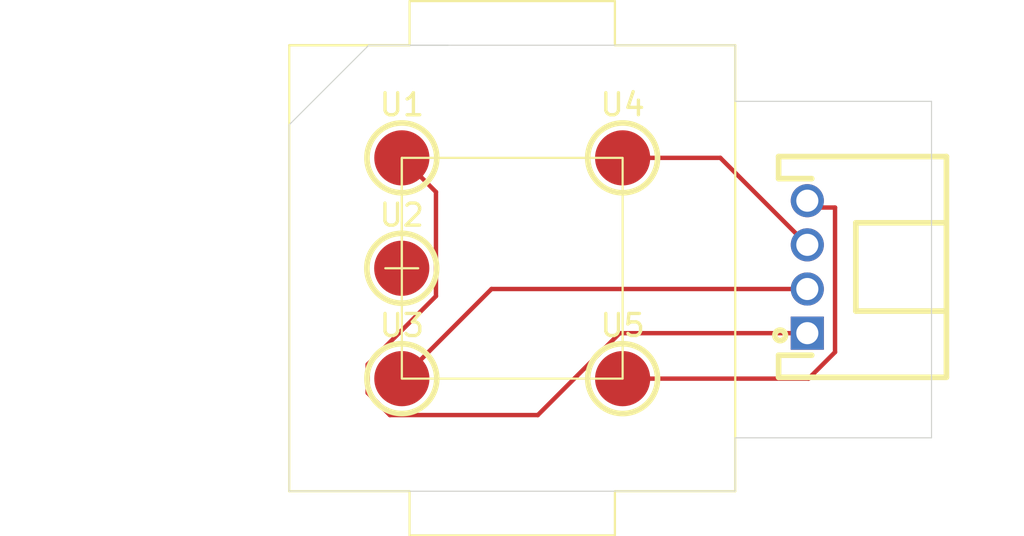
<source format=kicad_pcb>
(kicad_pcb (version 20240108) (generator "pcbnew") (generator_version "8.0")
  (layers (0 "F.Cu" signal) (31 "B.Cu" signal) (34 "B.Paste" user) (35 "F.Paste" user) (36 "B.SilkS" user "B.Silkscreen") (37 "F.SilkS" user "F.Silkscreen") (38 "B.Mask" user) (39 "F.Mask" user) (44 "Edge.Cuts" user))
  (net 0 "")
  (footprint "CONN-TH_4P-P2.00_S4B-PH-K-S-LF-SN" (layer "F.Cu") (at 163.9544 97.89005 90)
    (property "Reference" "CN12" (hide yes))
    (property "Value" "4-PIN HARNESS" (hide yes))
    (fp_line (start 5 -1.3) (end 4 -1.3) (stroke (width 0.254)) (layer "F.SilkS"))
    (fp_line (start 4 -1.3) (end 4 0.2) (stroke (width 0.254)) (layer "F.SilkS"))
    (fp_line (start -3.9999 -1.3) (end -3.9999 0.2) (stroke (width 0.254)) (layer "F.SilkS"))
    (fp_line (start -4.9999 -1.3) (end -3.9999 -1.3) (stroke (width 0.254)) (layer "F.SilkS"))
    (fp_line (start -4.9999 -1.3) (end -4.9999 6.3) (stroke (width 0.254)) (layer "F.SilkS"))
    (fp_line (start 2 2.199) (end -1.9989 2.199) (stroke (width 0.254)) (layer "F.SilkS"))
    (fp_line (start 1.9991 2.199) (end 1.9991 6.1995) (stroke (width 0.254)) (layer "F.SilkS"))
    (fp_line (start -1.9989 2.199) (end -1.9989 6.1995) (stroke (width 0.254)) (layer "F.SilkS"))
    (fp_line (start 5 6.3011) (end -4.9987 6.3011) (stroke (width 0.254)) (layer "F.SilkS"))
    (fp_line (start 4.9988 6.3011) (end 4.9988 -1.3011) (stroke (width 0.254)) (layer "F.SilkS"))
    (fp_circle (center -3.0998 -1.2299) (end -2.8598 -1.2299) (stroke (width 0.254)) (fill none) (layer "F.SilkS"))
    (pad "1" thru_hole rect (at -3 0 90) (size 1.5 1.5) (drill 1) (layers "*.Cu" "*.Mask"))
    (pad "2" thru_hole oval (at -1 0 90) (size 1.5 1.5) (drill 1) (layers "*.Cu" "*.Mask"))
    (pad "3" thru_hole oval (at 1 0 90) (size 1.5 1.5) (drill 1) (layers "*.Cu" "*.Mask"))
    (pad "4" thru_hole oval (at 3 0 90) (size 1.5 1.5) (drill 1) (layers "*.Cu" "*.Mask"))
  )
  (footprint "parts:SMD_BD2.0-L2.0-W2.0_C9900001905 pogo pin" (layer "F.Cu") (at 155.59 92.95)
    (property "Reference" "U4" (at 0 -2.408 0) (layer "F.SilkS"))
    (property "Value" "SMD_BD2.0-L2.0-W2.0_C9900001905 pogo pin")
    (fp_circle (center 0 0) (end 1.581 0) (stroke (width 0.254)) (fill none) (layer "F.SilkS"))
    (pad "1" smd circle (at 0 0) (size 2.5 2.5) (layers "F.Cu" "F.Paste" "F.Mask"))
  )
  (footprint "parts:SMD_BD2.0-L2.0-W2.0_C9900001905 pogo pin" (layer "F.Cu") (at 145.59 92.95)
    (property "Reference" "U1" (at 0 -2.408 0) (layer "F.SilkS"))
    (property "Value" "SMD_BD2.0-L2.0-W2.0_C9900001905 pogo pin")
    (fp_circle (center 0 0) (end 1.581 0) (stroke (width 0.254)) (fill none) (layer "F.SilkS"))
    (pad "1" smd circle (at 0 0) (size 2.5 2.5) (layers "F.Cu" "F.Paste" "F.Mask"))
  )
  (footprint "parts:SMD_BD2.0-L2.0-W2.0_C9900001905 pogo pin" (layer "F.Cu") (at 145.59 102.95)
    (property "Reference" "U3" (at 0 -2.408 0) (layer "F.SilkS"))
    (property "Value" "SMD_BD2.0-L2.0-W2.0_C9900001905 pogo pin")
    (fp_circle (center 0 0) (end 1.581 0) (stroke (width 0.254)) (fill none) (layer "F.SilkS"))
    (pad "1" smd circle (at 0 0) (size 2.5 2.5) (layers "F.Cu" "F.Paste" "F.Mask"))
  )
  (footprint "parts:SMD_BD2.0-L2.0-W2.0_C9900001905 pogo pin" (layer "F.Cu") (at 155.59 102.95)
    (property "Reference" "U5" (at 0 -2.408 0) (layer "F.SilkS"))
    (property "Value" "SMD_BD2.0-L2.0-W2.0_C9900001905 pogo pin")
    (fp_circle (center 0 0) (end 1.581 0) (stroke (width 0.254)) (fill none) (layer "F.SilkS"))
    (pad "1" smd circle (at 0 0) (size 2.5 2.5) (layers "F.Cu" "F.Paste" "F.Mask"))
  )
  (footprint "parts:SMD_BD2.0-L2.0-W2.0_C9900001905 pogo pin" (layer "F.Cu") (at 145.585 97.95)
    (property "Reference" "U2" (at 0 -2.408 0) (layer "F.SilkS"))
    (property "Value" "SMD_BD2.0-L2.0-W2.0_C9900001905 pogo pin")
    (fp_circle (center 0 0) (end 1.581 0) (stroke (width 0.254)) (fill none) (layer "F.SilkS"))
    (pad "1" smd circle (at 0 0) (size 2.5 2.5) (layers "F.Cu" "F.Paste" "F.Mask"))
  )
  (gr_line (start 160.69 108.05) (end 160.69 87.85) (stroke (width 0.1)) (layer "F.SilkS"))
  (gr_line (start 145.94 110.05) (end 145.94 108.05) (stroke (width 0.1)) (layer "F.SilkS"))
  (gr_line (start 145.94 87.85) (end 140.49 87.85) (stroke (width 0.1)) (layer "F.SilkS"))
  (gr_line (start 146.33 97.95) (end 144.84 97.95) (stroke (width 0.1)) (layer "F.SilkS"))
  (gr_line (start 140.49 108.05) (end 145.94 108.05) (stroke (width 0.1)) (layer "F.SilkS"))
  (gr_line (start 160.69 87.85) (end 155.24 87.85) (stroke (width 0.1)) (layer "F.SilkS"))
  (gr_line (start 155.24 108.05) (end 155.24 110.05) (stroke (width 0.1)) (layer "F.SilkS"))
  (gr_line (start 145.94 85.85) (end 145.94 87.85) (stroke (width 0.1)) (layer "F.SilkS"))
  (gr_rect (start 145.59 92.95) (end 155.59 102.95) (stroke (width 0.1)) (fill none) (layer "F.SilkS"))
  (gr_line (start 140.49 87.85) (end 140.49 108.05) (stroke (width 0.1)) (layer "F.SilkS"))
  (gr_line (start 145.94 110.05) (end 155.24 110.05) (stroke (width 0.1)) (layer "F.SilkS"))
  (gr_line (start 155.24 85.85) (end 145.94 85.85) (stroke (width 0.1)) (layer "F.SilkS"))
  (gr_line (start 145.94 87.85) (end 140.49 87.85) (stroke (width 0.1)) (layer "F.SilkS"))
  (gr_line (start 145.59 97.95) (end 145.59 92.95) (stroke (width 0.1)) (layer "F.SilkS"))
  (gr_line (start 155.24 87.85) (end 155.24 85.85) (stroke (width 0.1)) (layer "F.SilkS"))
  (gr_line (start 155.24 108.05) (end 160.69 108.05) (stroke (width 0.1)) (layer "F.SilkS"))
  (gr_line (start 140.49 108.05) (end 160.69 108.05) (stroke (width 0.05)) (layer "Edge.Cuts"))
  (gr_line (start 144.09 87.85) (end 140.49 91.45) (stroke (width 0.05)) (layer "Edge.Cuts"))
  (gr_line (start 169.58 105.63) (end 169.58 90.39) (stroke (width 0.05)) (layer "Edge.Cuts"))
  (gr_line (start 160.69 90.39) (end 169.58 90.39) (stroke (width 0.05)) (layer "Edge.Cuts"))
  (gr_line (start 160.69 105.63) (end 169.58 105.63) (stroke (width 0.05)) (layer "Edge.Cuts"))
  (gr_line (start 160.69 108.05) (end 160.69 105.63) (stroke (width 0.05)) (layer "Edge.Cuts"))
  (gr_line (start 160.69 87.85) (end 160.69 90.39) (stroke (width 0.05)) (layer "Edge.Cuts"))
  (gr_line (start 147.69 87.85) (end 144.09 87.85) (stroke (width 0.05)) (layer "Edge.Cuts"))
  (gr_line (start 140.49 91.45) (end 140.49 108.05) (stroke (width 0.05)) (layer "Edge.Cuts"))
  (gr_line (start 160.69 87.85) (end 144.09 87.85) (stroke (width 0.05)) (layer "Edge.Cuts"))
  (segment (start 147.135 99.212968) (end 144.04 102.307968) (width 0.2) (layer "F.Cu") (net 0))
  (segment (start 165.21 101.75) (end 165.21 95.2) (width 0.2) (layer "F.Cu") (net 0))
  (segment (start 145.047967 104.599999) (end 151.747969 104.599999) (width 0.2) (layer "F.Cu") (net 0))
  (segment (start 144.04 103.592032) (end 145.047967 104.599999) (width 0.2) (layer "F.Cu") (net 0))
  (segment (start 155.457918 100.89005) (end 163.9544 100.89005) (width 0.2) (layer "F.Cu") (net 0))
  (segment (start 145.59 102.95) (end 149.64995 98.89005) (width 0.2) (layer "F.Cu") (net 0))
  (segment (start 160.01435 92.95) (end 163.9544 96.89005) (width 0.2) (layer "F.Cu") (net 0))
  (segment (start 164.26435 95.2) (end 163.9544 94.89005) (width 0.2) (layer "F.Cu") (net 0))
  (segment (start 149.64995 98.89005) (end 163.9544 98.89005) (width 0.2) (layer "F.Cu") (net 0))
  (segment (start 151.747969 104.599999) (end 155.457918 100.89005) (width 0.2) (layer "F.Cu") (net 0))
  (segment (start 155.59 92.95) (end 160.01435 92.95) (width 0.2) (layer "F.Cu") (net 0))
  (segment (start 155.59 102.95) (end 164.01 102.95) (width 0.2) (layer "F.Cu") (net 0))
  (segment (start 145.59 92.95) (end 147.135 94.495) (width 0.2) (layer "F.Cu") (net 0))
  (segment (start 144.04 102.307968) (end 144.04 103.592032) (width 0.2) (layer "F.Cu") (net 0))
  (segment (start 147.135 94.495) (end 147.135 99.212968) (width 0.2) (layer "F.Cu") (net 0))
  (segment (start 164.01 102.95) (end 165.21 101.75) (width 0.2) (layer "F.Cu") (net 0))
  (segment (start 165.21 95.2) (end 164.26435 95.2) (width 0.2) (layer "F.Cu") (net 0))
)
</source>
